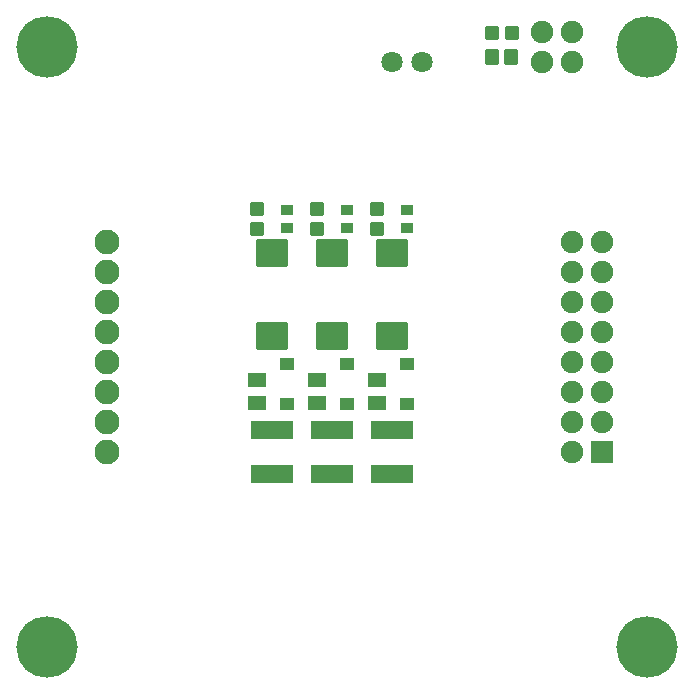
<source format=gts>
G04 Layer: TopSolderMaskLayer*
G04 EasyEDA v6.5.32, 2023-07-25 14:04:49*
G04 e29bc2ffff424919aeca0c2d5bcb6023,5a6b42c53f6a479593ecc07194224c93,10*
G04 Gerber Generator version 0.2*
G04 Scale: 100 percent, Rotated: No, Reflected: No *
G04 Dimensions in millimeters *
G04 leading zeros omitted , absolute positions ,4 integer and 5 decimal *
%FSLAX45Y45*%
%MOMM*%

%AMMACRO1*1,1,$1,$2,$3*1,1,$1,$4,$5*1,1,$1,0-$2,0-$3*1,1,$1,0-$4,0-$5*20,1,$1,$2,$3,$4,$5,0*20,1,$1,$4,$5,0-$2,0-$3,0*20,1,$1,0-$2,0-$3,0-$4,0-$5,0*20,1,$1,0-$4,0-$5,$2,$3,0*4,1,4,$2,$3,$4,$5,0-$2,0-$3,0-$4,0-$5,$2,$3,0*%
%ADD10MACRO1,0.2032X0.5X-0.55X-0.5X-0.55*%
%ADD11MACRO1,0.2032X-0.45X-0.5X-0.45X0.5*%
%ADD12MACRO1,0.1016X-0.9X-0.9X-0.9X0.9*%
%ADD13C,1.9016*%
%ADD14MACRO1,0.1016X1.7496X-0.7033X-1.7496X-0.7033*%
%ADD15MACRO1,0.1016X1.7496X0.7033X-1.7496X0.7033*%
%ADD16MACRO1,0.1016X-1.296X1.1038X1.296X1.1038*%
%ADD17MACRO1,0.1016X-1.296X-1.1038X1.296X-1.1038*%
%ADD18MACRO1,0.2032X-0.5X0.45X0.5X0.45*%
%ADD19MACRO1,0.2032X0.5X-0.45X-0.5X-0.45*%
%ADD20MACRO1,0.1016X-0.432X0.4032X0.432X0.4032*%
%ADD21MACRO1,0.1016X-0.432X-0.4032X0.432X-0.4032*%
%ADD22MACRO1,0.1016X0.575X0.475X0.575X-0.475*%
%ADD23MACRO1,0.1016X-0.6885X-0.5663X0.6885X-0.5663*%
%ADD24MACRO1,0.1016X-0.6885X0.5663X0.6885X0.5663*%
%ADD25C,5.2032*%
%ADD26C,2.1016*%
%ADD27C,1.8016*%

%LPD*%
D10*
G01*
X4149092Y5372100D03*
G01*
X4309092Y5372100D03*
D11*
G01*
X4144091Y5575292D03*
G01*
X4314090Y5575292D03*
D12*
G01*
X5079989Y2031994D03*
D13*
G01*
X4826000Y2032000D03*
G01*
X5080000Y2286000D03*
G01*
X4826000Y2286000D03*
G01*
X5080000Y2540000D03*
G01*
X4826000Y2540000D03*
G01*
X5080000Y2794000D03*
G01*
X4826000Y2794000D03*
G01*
X5080000Y3048000D03*
G01*
X4826000Y3048000D03*
G01*
X5080000Y3302000D03*
G01*
X4826000Y3302000D03*
G01*
X5080000Y3556000D03*
G01*
X4826000Y3556000D03*
G01*
X5080000Y3810000D03*
G01*
X4826000Y3810000D03*
D14*
G01*
X3301992Y2217326D03*
D15*
G01*
X3301992Y1846658D03*
D16*
G01*
X3301992Y3014367D03*
D17*
G01*
X3301992Y3716616D03*
D18*
G01*
X3174984Y4085501D03*
G01*
X3174984Y3915501D03*
D14*
G01*
X2793992Y2217326D03*
D15*
G01*
X2793992Y1846658D03*
D16*
G01*
X2793992Y3014367D03*
D17*
G01*
X2793992Y3716616D03*
D19*
G01*
X2667000Y3915483D03*
G01*
X2667000Y4085483D03*
G01*
X2159000Y3915483D03*
G01*
X2159000Y4085483D03*
D16*
G01*
X2285992Y3014367D03*
D17*
G01*
X2285992Y3716616D03*
D14*
G01*
X2285992Y2217326D03*
D15*
G01*
X2285992Y1846658D03*
D20*
G01*
X3428992Y3925167D03*
D21*
G01*
X3428992Y4075817D03*
D20*
G01*
X2920992Y3925167D03*
D21*
G01*
X2920992Y4075817D03*
D20*
G01*
X2412992Y3925167D03*
D21*
G01*
X2412992Y4075817D03*
D22*
G01*
X3428992Y2772732D03*
G01*
X3428992Y2434252D03*
G01*
X2920992Y2772732D03*
G01*
X2920992Y2434252D03*
G01*
X2412992Y2772732D03*
G01*
X2412992Y2434252D03*
D23*
G01*
X3174988Y2636619D03*
D24*
G01*
X3174988Y2443365D03*
D23*
G01*
X2666988Y2636619D03*
D24*
G01*
X2666988Y2443365D03*
D23*
G01*
X2158988Y2636619D03*
D24*
G01*
X2158988Y2443365D03*
D25*
G01*
X381000Y5461000D03*
G01*
X5461000Y5461000D03*
G01*
X5461000Y381000D03*
G01*
X381000Y381000D03*
D26*
G01*
X885418Y3805097D03*
G01*
X885418Y3551097D03*
G01*
X885418Y3297097D03*
G01*
X885418Y3043097D03*
G01*
X885418Y2789097D03*
G01*
X885418Y2535097D03*
G01*
X885418Y2281097D03*
G01*
X885418Y2027097D03*
D27*
G01*
X3556000Y5334000D03*
G01*
X3302000Y5334000D03*
D13*
G01*
X4826000Y5588000D03*
G01*
X4826000Y5334000D03*
G01*
X4572000Y5334000D03*
G01*
X4572000Y5588000D03*
M02*

</source>
